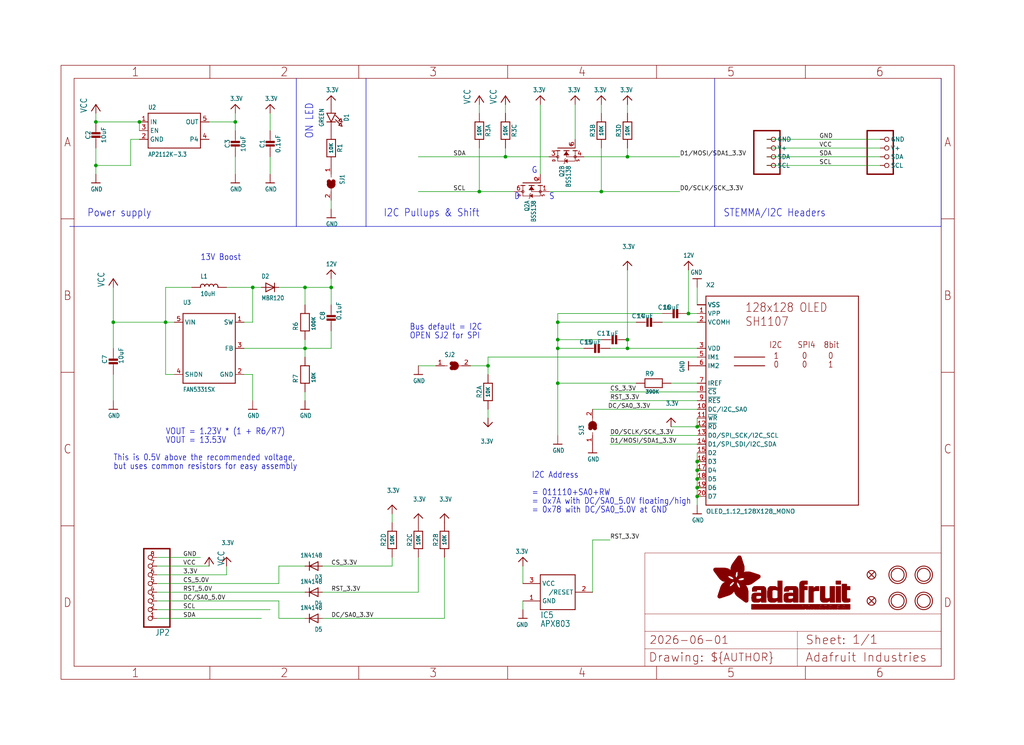
<source format=kicad_sch>
(kicad_sch (version 20230121) (generator eeschema)
  (paper "User" 298.45 217.322)
  (lib_symbols
    (symbol "working-eagle-import:12V" (power)
      (property "Value" "12V" (at -1.524 1.016 0))
      (symbol "12V_1_0"
        (pin power_in line (at 0 -2.54 90) (length 2.54) (name "12V") (number "1"))
      )
    )
    (symbol "working-eagle-import:3.3V" (power)
      (property "Value" "3.3V" (at -1.524 1.016 0))
      (symbol "3.3V_1_0"
        (pin power_in line (at 0 -2.54 90) (length 2.54) (name "3.3V") (number "1"))
      )
    )
    (symbol "working-eagle-import:AXP083-SAG"
      (property "Reference" "IC" (at -5.08 -7.62 0))
      (symbol "AXP083-SAG_1_0"
        (pin power_in line (at -10.16 -2.54 0) (length 5.08) (name "GND") (number "1"))
        (pin output line (at 10.16 0 180) (length 5.08) (name "/RESET") (number "2"))
        (pin power_in line (at -10.16 2.54 0) (length 5.08) (name "VCC") (number "3"))
      )
    )
    (symbol "working-eagle-import:CAP_CERAMIC0603_NO"
      (property "Reference" "C" (at -2.29 1.25 90))
      (symbol "CAP_CERAMIC0603_NO_1_0"
        (pin passive line (at 0 5.08 270) (length 2.54) (name "1") (number "1"))
        (pin passive line (at 0 -2.54 90) (length 2.54) (name "2") (number "2"))
      )
    )
    (symbol "working-eagle-import:CAP_CERAMIC0805-NOOUTLINE"
      (property "Reference" "C" (at -2.29 1.25 90))
      (symbol "CAP_CERAMIC0805-NOOUTLINE_1_0"
        (pin passive line (at 0 5.08 270) (length 2.54) (name "1") (number "1"))
        (pin passive line (at 0 -2.54 90) (length 2.54) (name "2") (number "2"))
      )
    )
    (symbol "working-eagle-import:DIODESOD-123"
      (property "Reference" "D" (at 0 2.54 0))
      (symbol "DIODESOD-123_1_0"
        (pin passive line (at -2.54 0 0) (length 2.54) (name "A") (number "A"))
        (pin passive line (at 2.54 0 180) (length 2.54) (name "C") (number "C"))
      )
    )
    (symbol "working-eagle-import:DIODESOD-323"
      (property "Reference" "D" (at 0 2.54 0))
      (symbol "DIODESOD-323_1_0"
        (pin passive line (at -2.54 0 0) (length 2.54) (name "A") (number "A"))
        (pin passive line (at 2.54 0 180) (length 2.54) (name "C") (number "C"))
      )
    )
    (symbol "working-eagle-import:FAN5331"
      (property "Reference" "U" (at -7.62 12.7 0))
      (symbol "FAN5331_1_0"
        (pin bidirectional line (at 10.16 7.62 180) (length 2.54) (name "SW") (number "1"))
        (pin bidirectional line (at 10.16 -7.62 180) (length 2.54) (name "GND") (number "2"))
        (pin bidirectional line (at 10.16 0 180) (length 2.54) (name "FB") (number "3"))
        (pin bidirectional line (at -10.16 -7.62 0) (length 2.54) (name "SHDN") (number "4"))
        (pin bidirectional line (at -10.16 7.62 0) (length 2.54) (name "VIN") (number "5"))
      )
    )
    (symbol "working-eagle-import:FIDUCIAL_1MM")
    (symbol "working-eagle-import:FRAME_A4_ADAFRUIT"
      (symbol "FRAME_A4_ADAFRUIT_1_0"
        (text "${#}/${##}" (at 230.505 10.16 0) (effects (font (size 2.54 2.54)) (justify left bottom)))
        (text "${AUTHOR}" (at 189.23 5.08 0) (effects (font (size 2.286 2.286)) (justify left bottom)))
        (text "${CURRENT_DATE}" (at 171.45 10.16 0) (effects (font (size 2.286 2.286)) (justify left bottom)))
        (text "${PROJECTNAME}" (at 171.45 15.24 0) (effects (font (size 2.54 2.54)) (justify left bottom)))
        (text "1" (at 21.6958 1.905 0) (effects (font (size 2.54 2.286))))
        (text "1" (at 21.6958 177.165 0) (effects (font (size 2.54 2.286))))
        (text "2" (at 65.0875 1.905 0) (effects (font (size 2.54 2.286))))
        (text "2" (at 65.0875 177.165 0) (effects (font (size 2.54 2.286))))
        (text "3" (at 108.4792 1.905 0) (effects (font (size 2.54 2.286))))
        (text "3" (at 108.4792 177.165 0) (effects (font (size 2.54 2.286))))
        (text "4" (at 151.8708 1.905 0) (effects (font (size 2.54 2.286))))
        (text "4" (at 151.8708 177.165 0) (effects (font (size 2.54 2.286))))
        (text "5" (at 195.2625 1.905 0) (effects (font (size 2.54 2.286))))
        (text "5" (at 195.2625 177.165 0) (effects (font (size 2.54 2.286))))
        (text "6" (at 238.6542 1.905 0) (effects (font (size 2.54 2.286))))
        (text "6" (at 238.6542 177.165 0) (effects (font (size 2.54 2.286))))
        (text "A" (at 1.905 156.6863 0) (effects (font (size 2.54 2.286))))
        (text "A" (at 258.445 156.6863 0) (effects (font (size 2.54 2.286))))
        (text "Adafruit Industries" (at 216.916 4.953 0) (effects (font (size 2.54 2.54)) (justify left bottom)))
        (text "B" (at 1.905 111.9188 0) (effects (font (size 2.54 2.286))))
        (text "B" (at 258.445 111.9188 0) (effects (font (size 2.54 2.286))))
        (text "C" (at 1.905 67.1513 0) (effects (font (size 2.54 2.286))))
        (text "C" (at 258.445 67.1513 0) (effects (font (size 2.54 2.286))))
        (text "D" (at 1.905 22.3838 0) (effects (font (size 2.54 2.286))))
        (text "D" (at 258.445 22.3838 0) (effects (font (size 2.54 2.286))))
        (text "Drawing:" (at 171.196 4.953 0) (effects (font (size 2.54 2.54)) (justify left bottom)))
        (text "Sheet:" (at 216.916 10.033 0) (effects (font (size 2.54 2.54)) (justify left bottom)))
      )
    )
    (symbol "working-eagle-import:GND" (power)
      (property "Value" "GND" (at -1.524 -2.54 0))
      (symbol "GND_1_0"
        (pin power_in line (at 0 2.54 270) (length 2.54) (name "GND") (number "1"))
      )
    )
    (symbol "working-eagle-import:HEADER-1X876MIL"
      (property "Reference" "JP" (at -6.35 13.335 0))
      (symbol "HEADER-1X876MIL_1_0"
        (pin passive inverted (at -2.54 10.16 0) (length 2.54) (name "1") (number "1"))
        (pin passive inverted (at -2.54 7.62 0) (length 2.54) (name "2") (number "2"))
        (pin passive inverted (at -2.54 5.08 0) (length 2.54) (name "3") (number "3"))
        (pin passive inverted (at -2.54 2.54 0) (length 2.54) (name "4") (number "4"))
        (pin passive inverted (at -2.54 0 0) (length 2.54) (name "5") (number "5"))
        (pin passive inverted (at -2.54 -2.54 0) (length 2.54) (name "6") (number "6"))
        (pin passive inverted (at -2.54 -5.08 0) (length 2.54) (name "7") (number "7"))
        (pin passive inverted (at -2.54 -7.62 0) (length 2.54) (name "8") (number "8"))
      )
    )
    (symbol "working-eagle-import:INDUCTOR"
      (property "Reference" "L" (at 0 2.54 0))
      (symbol "INDUCTOR_1_0"
        (pin passive line (at -5.08 0 0) (length 2.54) (name "1") (number "P$1"))
        (pin passive line (at 5.08 0 180) (length 2.54) (name "2") (number "P$2"))
      )
    )
    (symbol "working-eagle-import:LED0603_NOOUTLINE"
      (property "Reference" "D" (at -1.27 4.445 0))
      (symbol "LED0603_NOOUTLINE_1_0"
        (pin passive line (at -5.08 0 0) (length 2.54) (name "A") (number "A"))
        (pin passive line (at 2.54 0 180) (length 2.54) (name "C") (number "C"))
      )
    )
    (symbol "working-eagle-import:MOSFET-N_DUAL"
      (property "Reference" "Q" (at 5.08 0.635 0))
      (symbol "MOSFET-N_DUAL_1_0"
        (text "D" (at 3.175 3.175 0) (effects (font (size 0.8128 0.6908)) (justify left bottom)))
        (text "G" (at -1.27 -1.905 0) (effects (font (size 0.8128 0.6908)) (justify left bottom)))
        (text "S" (at 3.175 -3.81 0) (effects (font (size 0.8128 0.6908)) (justify left bottom)))
        (pin bidirectional line (at 2.54 -5.08 90) (length 2.54) (name "S") (number "1"))
        (pin bidirectional line (at -2.54 -2.54 0) (length 2.54) (name "G") (number "2"))
        (pin bidirectional line (at 2.54 5.08 270) (length 2.54) (name "D") (number "6"))
      )
      (symbol "MOSFET-N_DUAL_2_0"
        (text "D" (at 3.175 3.175 0) (effects (font (size 0.8128 0.6908)) (justify left bottom)))
        (text "G" (at -1.27 -1.905 0) (effects (font (size 0.8128 0.6908)) (justify left bottom)))
        (text "S" (at 3.175 -3.81 0) (effects (font (size 0.8128 0.6908)) (justify left bottom)))
        (pin bidirectional line (at 2.54 5.08 270) (length 2.54) (name "D") (number "3"))
        (pin bidirectional line (at 2.54 -5.08 90) (length 2.54) (name "S") (number "4"))
        (pin bidirectional line (at -2.54 -2.54 0) (length 2.54) (name "G") (number "5"))
      )
    )
    (symbol "working-eagle-import:MOUNTINGHOLE3.0THIN")
    (symbol "working-eagle-import:OLED_1.12_128X128_MONO"
      (property "Reference" "X" (at -20.32 27.94 0))
      (symbol "OLED_1.12_128X128_MONO_1_0"
        (text "0" (at -0.635 4.445 0) (effects (font (size 1.778 1.5113)) (justify left bottom)))
        (text "0" (at 7.62 4.445 0) (effects (font (size 1.778 1.5113)) (justify left bottom)))
        (text "0" (at 7.62 6.985 0) (effects (font (size 1.778 1.5113)) (justify left bottom)))
        (text "0" (at 15.24 6.985 0) (effects (font (size 1.778 1.5113)) (justify left bottom)))
        (text "1" (at -0.635 6.985 0) (effects (font (size 1.778 1.5113)) (justify left bottom)))
        (text "1" (at 15.24 4.445 0) (effects (font (size 1.778 1.5113)) (justify left bottom)))
        (text "128x128 OLED\nSH1107" (at -8.89 16.51 0) (effects (font (size 2.54 2.159)) (justify left bottom)))
        (text "8bit" (at 13.97 10.16 0) (effects (font (size 1.778 1.5113)) (justify left bottom)))
        (text "I2C" (at -1.905 10.16 0) (effects (font (size 1.778 1.5113)) (justify left bottom)))
        (text "SPI4" (at 6.35 10.16 0) (effects (font (size 1.778 1.5113)) (justify left bottom)))
        (pin power_in line (at -22.86 20.32 0) (length 2.54) (name "VPP") (number "1"))
        (pin input line (at -22.86 -7.62 0) (length 2.54) (name "DC/I2C_SA0") (number "10"))
        (pin input line (at -22.86 -10.16 0) (length 2.54) (name "~{WR}") (number "11"))
        (pin input line (at -22.86 -12.7 0) (length 2.54) (name "~{RD}") (number "12"))
        (pin bidirectional line (at -22.86 -15.24 0) (length 2.54) (name "D0/SPI_SCK/I2C_SCL") (number "13"))
        (pin bidirectional line (at -22.86 -17.78 0) (length 2.54) (name "D1/SPI_SDI/I2C_SDA") (number "14"))
        (pin bidirectional line (at -22.86 -20.32 0) (length 2.54) (name "D2") (number "15"))
        (pin bidirectional line (at -22.86 -22.86 0) (length 2.54) (name "D3") (number "16"))
        (pin bidirectional line (at -22.86 -25.4 0) (length 2.54) (name "D4") (number "17"))
        (pin bidirectional line (at -22.86 -27.94 0) (length 2.54) (name "D5") (number "18"))
        (pin bidirectional line (at -22.86 -30.48 0) (length 2.54) (name "D6") (number "19"))
        (pin output line (at -22.86 17.78 0) (length 2.54) (name "VCOMH") (number "2"))
        (pin bidirectional line (at -22.86 -33.02 0) (length 2.54) (name "D7") (number "20"))
        (pin power_in line (at -22.86 22.86 0) (length 2.54) (name "VSS") (number "21"))
        (pin power_in line (at -22.86 22.86 0) (length 2.54) (name "VSS") (number "22"))
        (pin power_in line (at -22.86 10.16 0) (length 2.54) (name "VDD") (number "3"))
        (pin power_in line (at -22.86 22.86 0) (length 2.54) (name "VSS") (number "4"))
        (pin input line (at -22.86 7.62 0) (length 2.54) (name "IM1") (number "5"))
        (pin input line (at -22.86 5.08 0) (length 2.54) (name "IM2") (number "6"))
        (pin input line (at -22.86 0 0) (length 2.54) (name "IREF") (number "7"))
        (pin input line (at -22.86 -2.54 0) (length 2.54) (name "~{CS}") (number "8"))
        (pin input line (at -22.86 -5.08 0) (length 2.54) (name "~{RES}") (number "9"))
      )
    )
    (symbol "working-eagle-import:RESISTOR_0603_NOOUT"
      (property "Reference" "R" (at 0 2.54 0))
      (symbol "RESISTOR_0603_NOOUT_1_0"
        (pin passive line (at -5.08 0 0) (length 2.54) (name "1") (number "1"))
        (pin passive line (at 5.08 0 180) (length 2.54) (name "2") (number "2"))
      )
    )
    (symbol "working-eagle-import:RESISTOR_4PACK"
      (property "Reference" "R" (at 0 2.54 0))
      (symbol "RESISTOR_4PACK_1_0"
        (pin passive line (at -5.08 0 0) (length 2.54) (name "1") (number "1"))
        (pin passive line (at 5.08 0 180) (length 2.54) (name "2") (number "8"))
      )
      (symbol "RESISTOR_4PACK_2_0"
        (pin passive line (at -5.08 0 0) (length 2.54) (name "1") (number "2"))
        (pin passive line (at 5.08 0 180) (length 2.54) (name "2") (number "7"))
      )
      (symbol "RESISTOR_4PACK_3_0"
        (pin passive line (at -5.08 0 0) (length 2.54) (name "1") (number "3"))
        (pin passive line (at 5.08 0 180) (length 2.54) (name "2") (number "6"))
      )
      (symbol "RESISTOR_4PACK_4_0"
        (pin passive line (at -5.08 0 0) (length 2.54) (name "1") (number "4"))
        (pin passive line (at 5.08 0 180) (length 2.54) (name "2") (number "5"))
      )
    )
    (symbol "working-eagle-import:SOLDERJUMPER"
      (property "Reference" "SJ" (at -2.54 2.54 0))
      (symbol "SOLDERJUMPER_1_0"
        (pin passive line (at -5.08 0 0) (length 2.54) (name "1") (number "1"))
        (pin passive line (at 5.08 0 180) (length 2.54) (name "2") (number "2"))
      )
    )
    (symbol "working-eagle-import:SOLDERJUMPERCLOSED"
      (property "Reference" "SJ" (at -2.54 2.54 0))
      (symbol "SOLDERJUMPERCLOSED_1_0"
        (pin passive line (at -5.08 0 0) (length 2.54) (name "1") (number "1"))
        (pin passive line (at 5.08 0 180) (length 2.54) (name "2") (number "2"))
      )
    )
    (symbol "working-eagle-import:STEMMA_I2C_QT"
      (symbol "STEMMA_I2C_QT_1_0"
        (pin passive inverted (at 0 5.08 0) (length 2.54) (name "GND") (number "1"))
        (pin passive inverted (at 0 2.54 0) (length 2.54) (name "V+") (number "2"))
        (pin passive inverted (at 0 0 0) (length 2.54) (name "SDA") (number "3"))
        (pin passive inverted (at 0 -2.54 0) (length 2.54) (name "SCL") (number "4"))
      )
      (symbol "STEMMA_I2C_QT_2_0"
        (pin bidirectional line (at 0 0 0) (length 5.08) (name "MT") (number "MT1"))
      )
      (symbol "STEMMA_I2C_QT_3_0"
        (pin bidirectional line (at 0 0 0) (length 5.08) (name "MT") (number "MT2"))
      )
    )
    (symbol "working-eagle-import:VCC" (power)
      (property "Value" "VCC" (at -2.54 -2.54 90))
      (symbol "VCC_1_0"
        (pin power_in line (at 0 -2.54 90) (length 2.54) (name "VCC") (number "1"))
      )
    )
    (symbol "working-eagle-import:VREG_SOT23-5"
      (property "Reference" "U" (at -7.62 6.096 0))
      (symbol "VREG_SOT23-5_1_0"
        (pin power_in line (at -10.16 2.54 0) (length 2.54) (name "IN") (number "1"))
        (pin power_in line (at -10.16 -2.54 0) (length 2.54) (name "GND") (number "2"))
        (pin input line (at -10.16 0 0) (length 2.54) (name "EN") (number "3"))
        (pin bidirectional line (at 10.16 -2.54 180) (length 2.54) (name "P4") (number "4"))
        (pin power_in line (at 10.16 2.54 180) (length 2.54) (name "OUT") (number "5"))
      )
    )
  )
  (junction (at 182.88 101.6))
  (junction (at 200.66 91.44))
  (junction (at 48.26 93.98))
  (junction (at 88.9 101.6))
  (junction (at 203.2 144.78))
  (junction (at 162.56 99.06))
  (junction (at 142.24 106.68))
  (junction (at 162.56 101.6))
  (junction (at 203.2 142.24))
  (junction (at 203.2 124.46))
  (junction (at 203.2 137.16))
  (junction (at 203.2 139.7))
  (junction (at 33.02 93.98))
  (junction (at 182.88 99.06))
  (junction (at 182.88 45.72))
  (junction (at 27.94 35.56))
  (junction (at 68.58 35.56))
  (junction (at 147.32 45.72))
  (junction (at 96.52 83.82))
  (junction (at 88.9 83.82))
  (junction (at 175.26 55.88))
  (junction (at 139.7 55.88))
  (junction (at 203.2 134.62))
  (junction (at 162.56 111.76))
  (junction (at 40.64 35.56))
  (junction (at 162.56 93.98))
  (junction (at 73.66 83.82))
  (junction (at 27.94 48.26))
  (wire (pts (xy 182.88 43.18) (xy 182.88 45.72)) (stroke (width 0.1524)))
  (wire (pts (xy 256.54 40.64) (xy 223.52 40.64)) (stroke (width 0.1524)))
  (polyline (pts (xy 106.68 22.86) (xy 106.68 66.04)) (stroke (width 0.1524) (type solid)))
  (wire (pts (xy 200.66 78.74) (xy 200.66 91.44)) (stroke (width 0.1524)))
  (wire (pts (xy 147.32 43.18) (xy 147.32 45.72)) (stroke (width 0.1524)))
  (wire (pts (xy 73.66 109.22) (xy 73.66 116.84)) (stroke (width 0.1524)))
  (wire (pts (xy 60.96 35.56) (xy 68.58 35.56)) (stroke (width 0.1524)))
  (wire (pts (xy 78.74 45.72) (xy 78.74 50.8)) (stroke (width 0.1524)))
  (wire (pts (xy 223.52 43.18) (xy 256.54 43.18)) (stroke (width 0.1524)))
  (wire (pts (xy 203.2 119.38) (xy 172.72 119.38)) (stroke (width 0.1524)))
  (wire (pts (xy 93.98 180.34) (xy 129.54 180.34)) (stroke (width 0.1524)))
  (wire (pts (xy 139.7 43.18) (xy 139.7 55.88)) (stroke (width 0.1524)))
  (wire (pts (xy 33.02 109.22) (xy 33.02 116.84)) (stroke (width 0.1524)))
  (wire (pts (xy 38.1 48.26) (xy 27.94 48.26)) (stroke (width 0.1524)))
  (wire (pts (xy 40.64 35.56) (xy 27.94 35.56)) (stroke (width 0.1524)))
  (wire (pts (xy 157.48 50.8) (xy 157.48 30.48)) (stroke (width 0.1524)))
  (wire (pts (xy 68.58 45.72) (xy 68.58 50.8)) (stroke (width 0.1524)))
  (wire (pts (xy 203.2 137.16) (xy 203.2 139.7)) (stroke (width 0.1524)))
  (wire (pts (xy 203.2 93.98) (xy 193.04 93.98)) (stroke (width 0.1524)))
  (wire (pts (xy 27.94 33.02) (xy 27.94 35.56)) (stroke (width 0.1524)))
  (wire (pts (xy 66.04 83.82) (xy 73.66 83.82)) (stroke (width 0.1524)))
  (wire (pts (xy 48.26 93.98) (xy 48.26 83.82)) (stroke (width 0.1524)))
  (wire (pts (xy 203.2 114.3) (xy 177.8 114.3)) (stroke (width 0.1524)))
  (wire (pts (xy 88.9 104.14) (xy 88.9 101.6)) (stroke (width 0.1524)))
  (wire (pts (xy 137.16 106.68) (xy 142.24 106.68)) (stroke (width 0.1524)))
  (wire (pts (xy 172.72 172.72) (xy 172.72 157.48)) (stroke (width 0.1524)))
  (wire (pts (xy 162.56 93.98) (xy 162.56 99.06)) (stroke (width 0.1524)))
  (wire (pts (xy 203.2 121.92) (xy 203.2 124.46)) (stroke (width 0.1524)))
  (wire (pts (xy 182.88 101.6) (xy 182.88 99.06)) (stroke (width 0.1524)))
  (wire (pts (xy 81.28 180.34) (xy 88.9 180.34)) (stroke (width 0.1524)))
  (wire (pts (xy 50.8 93.98) (xy 48.26 93.98)) (stroke (width 0.1524)))
  (wire (pts (xy 175.26 43.18) (xy 175.26 55.88)) (stroke (width 0.1524)))
  (wire (pts (xy 203.2 129.54) (xy 177.8 129.54)) (stroke (width 0.1524)))
  (wire (pts (xy 152.4 175.26) (xy 152.4 177.8)) (stroke (width 0.1524)))
  (wire (pts (xy 71.12 109.22) (xy 73.66 109.22)) (stroke (width 0.1524)))
  (wire (pts (xy 162.56 111.76) (xy 162.56 127)) (stroke (width 0.1524)))
  (wire (pts (xy 147.32 45.72) (xy 121.92 45.72)) (stroke (width 0.1524)))
  (wire (pts (xy 66.04 167.64) (xy 66.04 165.1)) (stroke (width 0.1524)))
  (wire (pts (xy 114.3 165.1) (xy 114.3 162.56)) (stroke (width 0.1524)))
  (wire (pts (xy 162.56 101.6) (xy 162.56 111.76)) (stroke (width 0.1524)))
  (wire (pts (xy 256.54 45.72) (xy 223.52 45.72)) (stroke (width 0.1524)))
  (wire (pts (xy 73.66 83.82) (xy 73.66 93.98)) (stroke (width 0.1524)))
  (wire (pts (xy 45.72 165.1) (xy 60.96 165.1)) (stroke (width 0.1524)))
  (wire (pts (xy 142.24 121.92) (xy 142.24 119.38)) (stroke (width 0.1524)))
  (wire (pts (xy 182.88 78.74) (xy 182.88 99.06)) (stroke (width 0.1524)))
  (wire (pts (xy 88.9 101.6) (xy 96.52 101.6)) (stroke (width 0.1524)))
  (polyline (pts (xy 86.36 66.04) (xy 106.68 66.04)) (stroke (width 0.1524) (type solid)))
  (wire (pts (xy 45.72 162.56) (xy 58.42 162.56)) (stroke (width 0.1524)))
  (wire (pts (xy 88.9 114.3) (xy 88.9 116.84)) (stroke (width 0.1524)))
  (wire (pts (xy 223.52 48.26) (xy 256.54 48.26)) (stroke (width 0.1524)))
  (wire (pts (xy 38.1 40.64) (xy 38.1 48.26)) (stroke (width 0.1524)))
  (wire (pts (xy 203.2 134.62) (xy 203.2 137.16)) (stroke (width 0.1524)))
  (wire (pts (xy 203.2 127) (xy 177.8 127)) (stroke (width 0.1524)))
  (wire (pts (xy 96.52 58.42) (xy 96.52 60.96)) (stroke (width 0.1524)))
  (wire (pts (xy 96.52 81.28) (xy 96.52 83.82)) (stroke (width 0.1524)))
  (wire (pts (xy 203.2 91.44) (xy 200.66 91.44)) (stroke (width 0.1524)))
  (wire (pts (xy 45.72 177.8) (xy 78.74 177.8)) (stroke (width 0.1524)))
  (wire (pts (xy 68.58 35.56) (xy 68.58 38.1)) (stroke (width 0.1524)))
  (wire (pts (xy 78.74 33.02) (xy 78.74 38.1)) (stroke (width 0.1524)))
  (wire (pts (xy 48.26 93.98) (xy 33.02 93.98)) (stroke (width 0.1524)))
  (wire (pts (xy 147.32 33.02) (xy 147.32 30.48)) (stroke (width 0.1524)))
  (wire (pts (xy 127 106.68) (xy 121.92 106.68)) (stroke (width 0.1524)))
  (wire (pts (xy 96.52 88.9) (xy 96.52 83.82)) (stroke (width 0.1524)))
  (wire (pts (xy 88.9 83.82) (xy 96.52 83.82)) (stroke (width 0.1524)))
  (wire (pts (xy 27.94 48.26) (xy 27.94 50.8)) (stroke (width 0.1524)))
  (wire (pts (xy 71.12 101.6) (xy 88.9 101.6)) (stroke (width 0.1524)))
  (wire (pts (xy 45.72 167.64) (xy 66.04 167.64)) (stroke (width 0.1524)))
  (polyline (pts (xy 20.32 66.04) (xy 86.36 66.04)) (stroke (width 0.1524) (type solid)))
  (wire (pts (xy 185.42 93.98) (xy 162.56 93.98)) (stroke (width 0.1524)))
  (wire (pts (xy 121.92 172.72) (xy 121.92 162.56)) (stroke (width 0.1524)))
  (wire (pts (xy 162.56 99.06) (xy 162.56 101.6)) (stroke (width 0.1524)))
  (wire (pts (xy 88.9 83.82) (xy 88.9 88.9)) (stroke (width 0.1524)))
  (wire (pts (xy 45.72 172.72) (xy 88.9 172.72)) (stroke (width 0.1524)))
  (wire (pts (xy 142.24 104.14) (xy 142.24 106.68)) (stroke (width 0.1524)))
  (polyline (pts (xy 208.28 22.86) (xy 208.28 66.04)) (stroke (width 0.1524) (type solid)))
  (wire (pts (xy 203.2 116.84) (xy 177.8 116.84)) (stroke (width 0.1524)))
  (wire (pts (xy 152.4 170.18) (xy 152.4 165.1)) (stroke (width 0.1524)))
  (wire (pts (xy 45.72 170.18) (xy 81.28 170.18)) (stroke (width 0.1524)))
  (wire (pts (xy 93.98 172.72) (xy 121.92 172.72)) (stroke (width 0.1524)))
  (wire (pts (xy 45.72 180.34) (xy 76.2 180.34)) (stroke (width 0.1524)))
  (wire (pts (xy 33.02 93.98) (xy 33.02 83.82)) (stroke (width 0.1524)))
  (wire (pts (xy 175.26 55.88) (xy 198.12 55.88)) (stroke (width 0.1524)))
  (wire (pts (xy 139.7 30.48) (xy 139.7 33.02)) (stroke (width 0.1524)))
  (wire (pts (xy 45.72 175.26) (xy 81.28 175.26)) (stroke (width 0.1524)))
  (wire (pts (xy 182.88 33.02) (xy 182.88 30.48)) (stroke (width 0.1524)))
  (wire (pts (xy 81.28 175.26) (xy 81.28 180.34)) (stroke (width 0.1524)))
  (wire (pts (xy 203.2 144.78) (xy 203.2 147.32)) (stroke (width 0.1524)))
  (wire (pts (xy 40.64 38.1) (xy 40.64 35.56)) (stroke (width 0.1524)))
  (wire (pts (xy 81.28 165.1) (xy 88.9 165.1)) (stroke (width 0.1524)))
  (wire (pts (xy 81.28 83.82) (xy 88.9 83.82)) (stroke (width 0.1524)))
  (wire (pts (xy 175.26 33.02) (xy 175.26 30.48)) (stroke (width 0.1524)))
  (wire (pts (xy 182.88 45.72) (xy 198.12 45.72)) (stroke (width 0.1524)))
  (wire (pts (xy 93.98 165.1) (xy 114.3 165.1)) (stroke (width 0.1524)))
  (wire (pts (xy 114.3 149.86) (xy 114.3 152.4)) (stroke (width 0.1524)))
  (wire (pts (xy 129.54 180.34) (xy 129.54 162.56)) (stroke (width 0.1524)))
  (wire (pts (xy 88.9 101.6) (xy 88.9 99.06)) (stroke (width 0.1524)))
  (wire (pts (xy 162.56 93.98) (xy 162.56 91.44)) (stroke (width 0.1524)))
  (wire (pts (xy 81.28 170.18) (xy 81.28 165.1)) (stroke (width 0.1524)))
  (wire (pts (xy 203.2 142.24) (xy 203.2 144.78)) (stroke (width 0.1524)))
  (wire (pts (xy 160.02 55.88) (xy 175.26 55.88)) (stroke (width 0.1524)))
  (wire (pts (xy 50.8 109.22) (xy 48.26 109.22)) (stroke (width 0.1524)))
  (wire (pts (xy 149.86 55.88) (xy 139.7 55.88)) (stroke (width 0.1524)))
  (polyline (pts (xy 208.28 66.04) (xy 274.32 66.04)) (stroke (width 0.1524) (type solid)))
  (wire (pts (xy 193.04 91.44) (xy 162.56 91.44)) (stroke (width 0.1524)))
  (wire (pts (xy 162.56 111.76) (xy 185.42 111.76)) (stroke (width 0.1524)))
  (wire (pts (xy 73.66 93.98) (xy 71.12 93.98)) (stroke (width 0.1524)))
  (wire (pts (xy 160.02 45.72) (xy 147.32 45.72)) (stroke (width 0.1524)))
  (wire (pts (xy 96.52 101.6) (xy 96.52 96.52)) (stroke (width 0.1524)))
  (wire (pts (xy 33.02 93.98) (xy 33.02 101.6)) (stroke (width 0.1524)))
  (wire (pts (xy 203.2 88.9) (xy 203.2 83.82)) (stroke (width 0.1524)))
  (wire (pts (xy 142.24 104.14) (xy 203.2 104.14)) (stroke (width 0.1524)))
  (polyline (pts (xy 86.36 22.86) (xy 86.36 66.04)) (stroke (width 0.1524) (type solid)))
  (wire (pts (xy 170.18 101.6) (xy 162.56 101.6)) (stroke (width 0.1524)))
  (wire (pts (xy 139.7 55.88) (xy 121.92 55.88)) (stroke (width 0.1524)))
  (wire (pts (xy 203.2 139.7) (xy 203.2 142.24)) (stroke (width 0.1524)))
  (wire (pts (xy 170.18 45.72) (xy 182.88 45.72)) (stroke (width 0.1524)))
  (wire (pts (xy 48.26 83.82) (xy 55.88 83.82)) (stroke (width 0.1524)))
  (wire (pts (xy 68.58 35.56) (xy 68.58 33.02)) (stroke (width 0.1524)))
  (polyline (pts (xy 274.32 22.86) (xy 274.32 66.04)) (stroke (width 0.1524) (type solid)))
  (wire (pts (xy 27.94 48.26) (xy 27.94 43.18)) (stroke (width 0.1524)))
  (wire (pts (xy 142.24 106.68) (xy 142.24 109.22)) (stroke (width 0.1524)))
  (wire (pts (xy 175.26 99.06) (xy 162.56 99.06)) (stroke (width 0.1524)))
  (wire (pts (xy 40.64 40.64) (xy 38.1 40.64)) (stroke (width 0.1524)))
  (wire (pts (xy 203.2 124.46) (xy 195.58 124.46)) (stroke (width 0.1524)))
  (wire (pts (xy 203.2 111.76) (xy 195.58 111.76)) (stroke (width 0.1524)))
  (wire (pts (xy 203.2 132.08) (xy 203.2 134.62)) (stroke (width 0.1524)))
  (wire (pts (xy 167.64 40.64) (xy 167.64 30.48)) (stroke (width 0.1524)))
  (wire (pts (xy 203.2 101.6) (xy 182.88 101.6)) (stroke (width 0.1524)))
  (wire (pts (xy 73.66 83.82) (xy 76.2 83.82)) (stroke (width 0.1524)))
  (wire (pts (xy 48.26 109.22) (xy 48.26 93.98)) (stroke (width 0.1524)))
  (polyline (pts (xy 106.68 66.04) (xy 208.28 66.04)) (stroke (width 0.1524) (type solid)))
  (wire (pts (xy 182.88 101.6) (xy 177.8 101.6)) (stroke (width 0.1524)))
  (wire (pts (xy 172.72 157.48) (xy 177.8 157.48)) (stroke (width 0.1524)))
  (text "OPEN SJ2 for SPI" (at 119.38 99.06 0) (effects (font (size 1.778 1.5113)) (justify left bottom)))
  (text "but uses common resistors for easy assembly" (at 33.02 137.16 0) (effects (font (size 1.778 1.5113)) (justify left bottom)))
  (text "VOUT = 1.23V * (1 + R6/R7)" (at 48.26 127 0) (effects (font (size 1.778 1.5113)) (justify left bottom)))
  (text "= 011110+SA0+RW" (at 154.94 144.78 0) (effects (font (size 1.778 1.5113)) (justify left bottom)))
  (text "VOUT = 13.53V" (at 48.26 129.54 0) (effects (font (size 1.778 1.5113)) (justify left bottom)))
  (text "Power supply" (at 25.4 63.5 0) (effects (font (size 2.1844 1.8567)) (justify left bottom)))
  (text "I2C Pullups & Shift" (at 111.76 63.5 0) (effects (font (size 2.1844 1.8567)) (justify left bottom)))
  (text "I2C Address" (at 154.94 139.7 0) (effects (font (size 1.778 1.5113)) (justify left bottom)))
  (text "= 0x78 with DC/SA0_5.0V at GND" (at 154.94 149.86 0) (effects (font (size 1.778 1.5113)) (justify left bottom)))
  (text "Bus default = I2C" (at 119.38 96.52 0) (effects (font (size 1.778 1.5113)) (justify left bottom)))
  (text "D" (at 149.86 58.42 0) (effects (font (size 1.778 1.5113)) (justify left bottom)))
  (text "13V Boost" (at 58.42 76.2 0) (effects (font (size 1.778 1.5113)) (justify left bottom)))
  (text "G" (at 154.94 50.8 0) (effects (font (size 1.778 1.5113)) (justify left bottom)))
  (text "STEMMA/I2C Headers" (at 210.82 63.5 0) (effects (font (size 2.1844 1.8567)) (justify left bottom)))
  (text "ON LED" (at 91.44 40.64 90) (effects (font (size 2.1844 1.8567)) (justify left bottom)))
  (text "This is 0.5V above the recommended voltage," (at 33.02 134.62 0) (effects (font (size 1.778 1.5113)) (justify left bottom)))
  (text "S" (at 160.02 58.42 0) (effects (font (size 1.778 1.5113)) (justify left bottom)))
  (text "= 0x7A with DC/SA0_5.0V floating/high" (at 154.94 147.32 0) (effects (font (size 1.778 1.5113)) (justify left bottom)))
  (label "RST_3.3V" (at 177.8 116.84 0) (effects (font (size 1.2446 1.2446))))
  (label "3.3V" (at 53.34 167.64 0) (effects (font (size 1.2446 1.2446))))
  (label "RST_5.0V" (at 53.34 172.72 0) (effects (font (size 1.2446 1.2446))))
  (label "CS_5.0V" (at 53.34 170.18 0) (effects (font (size 1.2446 1.2446))))
  (label "CS_3.3V" (at 96.52 165.1 0) (effects (font (size 1.2446 1.2446))))
  (label "VCC" (at 53.34 165.1 0) (effects (font (size 1.2446 1.2446))))
  (label "SDA" (at 53.34 180.34 0) (effects (font (size 1.2446 1.2446))))
  (label "D1/MOSI/SDA1_3.3V" (at 198.12 45.72 0) (effects (font (size 1.2446 1.2446))))
  (label "SCL" (at 53.34 177.8 0) (effects (font (size 1.2446 1.2446))))
  (label "DC/SA0_3.3V" (at 96.52 180.34 0) (effects (font (size 1.2446 1.2446))))
  (label "D0/SCLK/SCK_3.3V" (at 177.8 127 0) (effects (font (size 1.2446 1.2446))))
  (label "VCC" (at 238.76 43.18 0) (effects (font (size 1.2446 1.2446))))
  (label "CS_3.3V" (at 177.8 114.3 0) (effects (font (size 1.2446 1.2446))))
  (label "DC/SA0_5.0V" (at 53.34 175.26 0) (effects (font (size 1.2446 1.2446))))
  (label "D1/MOSI/SDA1_3.3V" (at 177.8 129.54 0) (effects (font (size 1.2446 1.2446))))
  (label "RST_3.3V" (at 177.8 157.48 0) (effects (font (size 1.2446 1.2446))))
  (label "SCL" (at 132.08 55.88 0) (effects (font (size 1.2446 1.2446))))
  (label "GND" (at 53.34 162.56 0) (effects (font (size 1.2446 1.2446))))
  (label "RST_3.3V" (at 96.52 172.72 0) (effects (font (size 1.2446 1.2446))))
  (label "DC/SA0_3.3V" (at 177.165 119.38 0) (effects (font (size 1.2446 1.2446))))
  (label "SCL" (at 238.76 48.26 0) (effects (font (size 1.2446 1.2446))))
  (label "D0/SCLK/SCK_3.3V" (at 198.12 55.88 0) (effects (font (size 1.2446 1.2446))))
  (label "SDA" (at 238.76 45.72 0) (effects (font (size 1.2446 1.2446))))
  (label "SDA" (at 132.08 45.72 0) (effects (font (size 1.2446 1.2446))))
  (label "GND" (at 238.76 40.64 0) (effects (font (size 1.2446 1.2446))))
  (symbol (lib_id "working-eagle-import:FAN5331") (at 60.96 101.6 0) (unit 1)
    (property "Reference" "U3" (at 53.34 88.9 0) (effects (font (size 1.27 1.0795)) (justify left bottom)))
    (property "Value" "FAN5331SX" (at 53.34 114.3 0) (effects (font (size 1.27 1.0795)) (justify left bottom)))
    (property "Footprint" "working:SOT23-5@1" (effects hide))
  )
  (symbol (lib_id "working-eagle-import:INDUCTOR") (at 60.96 83.82 0) (unit 1)
    (property "Reference" "L1" (at 58.42 81.28 0) (effects (font (size 1.27 1.0795)) (justify left bottom)))
    (property "Value" "10uH" (at 58.42 86.36 0) (effects (font (size 1.27 1.0795)) (justify left bottom)))
    (property "Footprint" "working:INDUCTOR_1007" (effects hide))
  )
  (symbol (lib_id "working-eagle-import:GND") (at 203.2 81.28 180) (unit 1)
    (property "Reference" "#U$43" (effects hide))
    (property "Value" "GND" (at 204.724 78.74 0) (effects (font (size 1.27 1.0795)) (justify left bottom)))
  )
  (symbol (lib_id "working-eagle-import:VCC") (at 27.94 30.48 0) (unit 1)
    (property "Reference" "#P+3" (effects hide))
    (property "Value" "VCC" (at 25.4 33.02 90) (effects (font (size 1.778 1.5113)) (justify left bottom)))
  )
  (symbol (lib_id "working-eagle-import:VCC") (at 33.02 81.28 0) (unit 1)
    (property "Reference" "#P+5" (effects hide))
    (property "Value" "VCC" (at 30.48 83.82 90) (effects (font (size 1.778 1.5113)) (justify left bottom)))
  )
  (symbol (lib_id "working-eagle-import:3.3V") (at 68.58 30.48 0) (unit 1)
    (property "Reference" "#U$15" (effects hide))
    (property "Value" "3.3V" (at 67.056 29.464 0) (effects (font (size 1.27 1.0795)) (justify left bottom)))
  )
  (symbol (lib_id "working-eagle-import:RESISTOR_4PACK") (at 139.7 38.1 270) (unit 1)
    (property "Reference" "R3" (at 142.24 38.1 0))
    (property "Value" "10K" (at 139.7 38.1 0) (effects (font (size 1.016 1.016) bold)))
    (property "Footprint" "working:RESPACK_4X0603" (effects hide))
  )
  (symbol (lib_id "working-eagle-import:FIDUCIAL_1MM") (at 254 175.26 0) (unit 1)
    (property "Reference" "FID3" (effects hide))
    (property "Value" "FIDUCIAL_1MM" (effects hide))
    (property "Footprint" "working:FIDUCIAL_1MM" (effects hide))
  )
  (symbol (lib_id "working-eagle-import:3.3V") (at 157.48 27.94 0) (mirror y) (unit 1)
    (property "Reference" "#U$26" (effects hide))
    (property "Value" "3.3V" (at 159.004 26.924 0) (effects (font (size 1.27 1.0795)) (justify left bottom)))
  )
  (symbol (lib_id "working-eagle-import:FRAME_A4_ADAFRUIT") (at 17.78 198.12 0) (unit 1)
    (property "Reference" "#U$18" (effects hide))
    (property "Value" "FRAME_A4_ADAFRUIT" (effects hide))
  )
  (symbol (lib_id "working-eagle-import:MOUNTINGHOLE3.0THIN") (at 261.62 167.64 0) (unit 1)
    (property "Reference" "U$17" (effects hide))
    (property "Value" "MOUNTINGHOLE3.0THIN" (effects hide))
    (property "Footprint" "working:MOUNTINGHOLE_3.0_PLATEDTHIN" (effects hide))
  )
  (symbol (lib_id "working-eagle-import:CAP_CERAMIC0603_NO") (at 96.52 93.98 0) (unit 1)
    (property "Reference" "C8" (at 94.73 93.44 90) (effects (justify left bottom)))
    (property "Value" "0.1uF" (at 99.52 93.44 90) (effects (justify left bottom)))
    (property "Footprint" "working:0603-NO" (effects hide))
  )
  (symbol (lib_id "working-eagle-import:CAP_CERAMIC0805-NOOUTLINE") (at 33.02 106.68 0) (unit 1)
    (property "Reference" "C7" (at 31.23 106.14 90) (effects (justify left bottom)))
    (property "Value" "10uF" (at 36.02 106.14 90) (effects (justify left bottom)))
    (property "Footprint" "working:0805-NO" (effects hide))
  )
  (symbol (lib_id "working-eagle-import:GND") (at 200.66 106.68 270) (unit 1)
    (property "Reference" "#U$16" (effects hide))
    (property "Value" "GND" (at 198.12 105.156 0) (effects (font (size 1.27 1.0795)) (justify left bottom)))
  )
  (symbol (lib_id "working-eagle-import:3.3V") (at 78.74 30.48 0) (unit 1)
    (property "Reference" "#U$14" (effects hide))
    (property "Value" "3.3V" (at 77.216 29.464 0) (effects (font (size 1.27 1.0795)) (justify left bottom)))
  )
  (symbol (lib_id "working-eagle-import:3.3V") (at 182.88 27.94 0) (mirror y) (unit 1)
    (property "Reference" "#U$7" (effects hide))
    (property "Value" "3.3V" (at 184.404 26.924 0) (effects (font (size 1.27 1.0795)) (justify left bottom)))
  )
  (symbol (lib_id "working-eagle-import:3.3V") (at 182.88 76.2 0) (unit 1)
    (property "Reference" "#U$46" (effects hide))
    (property "Value" "3.3V" (at 181.356 72.644 0) (effects (font (size 1.27 1.0795)) (justify left bottom)))
  )
  (symbol (lib_id "working-eagle-import:RESISTOR_0603_NOOUT") (at 96.52 43.18 270) (unit 1)
    (property "Reference" "R1" (at 99.06 43.18 0))
    (property "Value" "10K" (at 96.52 43.18 0) (effects (font (size 1.016 1.016) bold)))
    (property "Footprint" "working:0603-NO" (effects hide))
  )
  (symbol (lib_id "working-eagle-import:GND") (at 121.92 109.22 0) (unit 1)
    (property "Reference" "#U$30" (effects hide))
    (property "Value" "GND" (at 120.396 111.76 0) (effects (font (size 1.27 1.0795)) (justify left bottom)))
  )
  (symbol (lib_id "working-eagle-import:GND") (at 88.9 119.38 0) (unit 1)
    (property "Reference" "#U$22" (effects hide))
    (property "Value" "GND" (at 87.376 121.92 0) (effects (font (size 1.27 1.0795)) (justify left bottom)))
  )
  (symbol (lib_id "working-eagle-import:GND") (at 203.2 149.86 0) (unit 1)
    (property "Reference" "#U$12" (effects hide))
    (property "Value" "GND" (at 201.676 152.4 0) (effects (font (size 1.27 1.0795)) (justify left bottom)))
  )
  (symbol (lib_id "working-eagle-import:3.3V") (at 114.3 147.32 0) (unit 1)
    (property "Reference" "#U$37" (effects hide))
    (property "Value" "3.3V" (at 112.776 143.764 0) (effects (font (size 1.27 1.0795)) (justify left bottom)))
  )
  (symbol (lib_id "working-eagle-import:3.3V") (at 121.92 149.86 0) (unit 1)
    (property "Reference" "#U$38" (effects hide))
    (property "Value" "3.3V" (at 120.396 146.304 0) (effects (font (size 1.27 1.0795)) (justify left bottom)))
  )
  (symbol (lib_id "working-eagle-import:RESISTOR_4PACK") (at 129.54 157.48 90) (unit 2)
    (property "Reference" "R2" (at 127 157.48 0))
    (property "Value" "10K" (at 129.54 157.48 0) (effects (font (size 1.016 1.016) bold)))
    (property "Footprint" "working:RESPACK_4X0603" (effects hide))
  )
  (symbol (lib_id "working-eagle-import:3.3V") (at 152.4 162.56 0) (mirror y) (unit 1)
    (property "Reference" "#U$11" (effects hide))
    (property "Value" "3.3V" (at 153.924 161.544 0) (effects (font (size 1.27 1.0795)) (justify left bottom)))
  )
  (symbol (lib_id "working-eagle-import:3.3V") (at 129.54 149.86 0) (unit 1)
    (property "Reference" "#U$39" (effects hide))
    (property "Value" "3.3V" (at 128.016 146.304 0) (effects (font (size 1.27 1.0795)) (justify left bottom)))
  )
  (symbol (lib_id "working-eagle-import:FIDUCIAL_1MM") (at 254 167.64 0) (unit 1)
    (property "Reference" "FID4" (effects hide))
    (property "Value" "FIDUCIAL_1MM" (effects hide))
    (property "Footprint" "working:FIDUCIAL_1MM" (effects hide))
  )
  (symbol (lib_id "working-eagle-import:STEMMA_I2C_QT") (at 256.54 45.72 0) (unit 1)
    (property "Reference" "CONN4" (effects hide))
    (property "Value" "STEMMA_I2C_QT" (effects hide))
    (property "Footprint" "working:JST_SH4" (effects hide))
  )
  (symbol (lib_id "working-eagle-import:DIODESOD-123") (at 78.74 83.82 0) (unit 1)
    (property "Reference" "D2" (at 76.2 81.28 0) (effects (font (size 1.27 1.0795)) (justify left bottom)))
    (property "Value" "MBR120" (at 76.2 87.63 0) (effects (font (size 1.27 1.0795)) (justify left bottom)))
    (property "Footprint" "working:SOD-123" (effects hide))
  )
  (symbol (lib_id "working-eagle-import:3.3V") (at 167.64 27.94 0) (mirror y) (unit 1)
    (property "Reference" "#U$23" (effects hide))
    (property "Value" "3.3V" (at 169.164 26.924 0) (effects (font (size 1.27 1.0795)) (justify left bottom)))
  )
  (symbol (lib_id "working-eagle-import:DIODESOD-323") (at 91.44 172.72 180) (unit 1)
    (property "Reference" "D4" (at 93.98 175.26 0) (effects (font (size 1.27 1.0795)) (justify left bottom)))
    (property "Value" "1N4148" (at 93.98 168.91 0) (effects (font (size 1.27 1.0795)) (justify left bottom)))
    (property "Footprint" "working:SOD-323" (effects hide))
  )
  (symbol (lib_id "working-eagle-import:VREG_SOT23-5") (at 50.8 38.1 0) (unit 1)
    (property "Reference" "U2" (at 43.18 32.004 0) (effects (font (size 1.27 1.0795)) (justify left bottom)))
    (property "Value" "AP2112K-3.3" (at 43.18 45.72 0) (effects (font (size 1.27 1.0795)) (justify left bottom)))
    (property "Footprint" "working:SOT23-5" (effects hide))
  )
  (symbol (lib_id "working-eagle-import:RESISTOR_4PACK") (at 175.26 38.1 90) (mirror x) (unit 2)
    (property "Reference" "R3" (at 172.72 38.1 0))
    (property "Value" "10K" (at 175.26 38.1 0) (effects (font (size 1.016 1.016) bold)))
    (property "Footprint" "working:RESPACK_4X0603" (effects hide))
  )
  (symbol (lib_id "working-eagle-import:3.3V") (at 66.04 162.56 0) (unit 1)
    (property "Reference" "#U$36" (effects hide))
    (property "Value" "3.3V" (at 64.516 159.004 0) (effects (font (size 1.27 1.0795)) (justify left bottom)))
  )
  (symbol (lib_id "working-eagle-import:HEADER-1X876MIL") (at 43.18 170.18 180) (unit 1)
    (property "Reference" "JP2" (at 49.53 183.515 0) (effects (font (size 1.778 1.5113)) (justify left bottom)))
    (property "Value" "HEADER-1X876MIL" (effects hide))
    (property "Footprint" "working:1X08_ROUND_76" (effects hide))
  )
  (symbol (lib_id "working-eagle-import:DIODESOD-323") (at 91.44 165.1 180) (unit 1)
    (property "Reference" "D3" (at 93.98 167.64 0) (effects (font (size 1.27 1.0795)) (justify left bottom)))
    (property "Value" "1N4148" (at 93.98 161.29 0) (effects (font (size 1.27 1.0795)) (justify left bottom)))
    (property "Footprint" "working:SOD-323" (effects hide))
  )
  (symbol (lib_id "working-eagle-import:MOSFET-N_DUAL") (at 154.94 53.34 90) (mirror x) (unit 1)
    (property "Reference" "Q2" (at 154.305 58.42 0) (effects (font (size 1.27 1.0795)) (justify left bottom)))
    (property "Value" "BSS138" (at 156.21 58.42 0) (effects (font (size 1.27 1.0795)) (justify left bottom)))
    (property "Footprint" "working:SOT363" (effects hide))
  )
  (symbol (lib_id "working-eagle-import:RESISTOR_4PACK") (at 182.88 38.1 90) (mirror x) (unit 4)
    (property "Reference" "R3" (at 180.34 38.1 0))
    (property "Value" "10K" (at 182.88 38.1 0) (effects (font (size 1.016 1.016) bold)))
    (property "Footprint" "working:RESPACK_4X0603" (effects hide))
  )
  (symbol (lib_id "working-eagle-import:MOUNTINGHOLE3.0THIN") (at 269.24 167.64 0) (unit 1)
    (property "Reference" "U$19" (effects hide))
    (property "Value" "MOUNTINGHOLE3.0THIN" (effects hide))
    (property "Footprint" "working:MOUNTINGHOLE_3.0_PLATEDTHIN" (effects hide))
  )
  (symbol (lib_id "working-eagle-import:VCC") (at 147.32 27.94 0) (unit 1)
    (property "Reference" "#P+2" (effects hide))
    (property "Value" "VCC" (at 144.78 30.48 90) (effects (font (size 1.778 1.5113)) (justify left bottom)))
  )
  (symbol (lib_id "working-eagle-import:12V") (at 200.66 76.2 0) (unit 1)
    (property "Reference" "#U$9" (effects hide))
    (property "Value" "12V" (at 199.136 75.184 0) (effects (font (size 1.27 1.0795)) (justify left bottom)))
  )
  (symbol (lib_id "working-eagle-import:SOLDERJUMPER") (at 172.72 124.46 90) (unit 1)
    (property "Reference" "SJ3" (at 170.18 127 0) (effects (font (size 1.27 1.0795)) (justify left bottom)))
    (property "Value" "SOLDERJUMPER" (effects hide))
    (property "Footprint" "working:SOLDERJUMPER_ARROW_NOPASTE" (effects hide))
  )
  (symbol (lib_id "working-eagle-import:3.3V") (at 96.52 27.94 0) (unit 1)
    (property "Reference" "#U$3" (effects hide))
    (property "Value" "3.3V" (at 94.996 26.924 0) (effects (font (size 1.27 1.0795)) (justify left bottom)))
  )
  (symbol (lib_id "working-eagle-import:GND") (at 27.94 53.34 0) (unit 1)
    (property "Reference" "#U$13" (effects hide))
    (property "Value" "GND" (at 26.416 55.88 0) (effects (font (size 1.27 1.0795)) (justify left bottom)))
  )
  (symbol (lib_id "working-eagle-import:RESISTOR_0603_NOOUT") (at 88.9 109.22 90) (unit 1)
    (property "Reference" "R7" (at 86.868 111.76 0) (effects (justify left bottom)))
    (property "Value" "10K" (at 92.075 111.76 0) (effects (font (size 1.016 1.016) bold) (justify left bottom)))
    (property "Footprint" "working:0603-NO" (effects hide))
  )
  (symbol (lib_id "working-eagle-import:SOLDERJUMPER") (at 132.08 106.68 0) (unit 1)
    (property "Reference" "SJ2" (at 129.54 104.14 0) (effects (font (size 1.27 1.0795)) (justify left bottom)))
    (property "Value" "SOLDERJUMPER" (effects hide))
    (property "Footprint" "working:SOLDERJUMPER_ARROW_NOPASTE" (effects hide))
  )
  (symbol (lib_id "working-eagle-import:GND") (at 172.72 132.08 0) (unit 1)
    (property "Reference" "#U$4" (effects hide))
    (property "Value" "GND" (at 171.196 134.62 0) (effects (font (size 1.27 1.0795)) (justify left bottom)))
  )
  (symbol (lib_id "working-eagle-import:MOUNTINGHOLE3.0THIN") (at 269.24 175.26 0) (unit 1)
    (property "Reference" "U$21" (effects hide))
    (property "Value" "MOUNTINGHOLE3.0THIN" (effects hide))
    (property "Footprint" "working:MOUNTINGHOLE_3.0_PLATEDTHIN" (effects hide))
  )
  (symbol (lib_id "working-eagle-import:STEMMA_I2C_QT") (at 223.52 45.72 0) (unit 1)
    (property "Reference" "CONN1" (effects hide))
    (property "Value" "STEMMA_I2C_QT" (effects hide))
    (property "Footprint" "working:JST_SH4" (effects hide))
  )
  (symbol (lib_id "working-eagle-import:OLED_1.12_128X128_MONO") (at 226.06 111.76 0) (unit 1)
    (property "Reference" "X2" (at 205.74 83.82 0) (effects (justify left bottom)))
    (property "Value" "OLED_1.12_128X128_MONO" (at 205.74 149.86 0) (effects (justify left bottom)))
    (property "Footprint" "working:OLED_1.12IN_128X128MONO" (effects hide))
  )
  (symbol (lib_id "working-eagle-import:SOLDERJUMPERCLOSED") (at 96.52 53.34 270) (unit 1)
    (property "Reference" "SJ1" (at 99.06 50.8 0) (effects (font (size 1.27 1.0795)) (justify left bottom)))
    (property "Value" "SOLDERJUMPERCLOSED" (effects hide))
    (property "Footprint" "working:SOLDERJUMPER_CLOSEDWIRE" (effects hide))
  )
  (symbol (lib_id "working-eagle-import:GND") (at 68.58 53.34 0) (unit 1)
    (property "Reference" "#U$5" (effects hide))
    (property "Value" "GND" (at 67.056 55.88 0) (effects (font (size 1.27 1.0795)) (justify left bottom)))
  )
  (symbol (lib_id "working-eagle-import:LED0603_NOOUTLINE") (at 96.52 35.56 270) (unit 1)
    (property "Reference" "D1" (at 100.965 34.29 0) (effects (font (size 1.27 1.0795))))
    (property "Value" "GREEN" (at 93.726 34.29 0) (effects (font (size 1.27 1.0795))))
    (property "Footprint" "working:CHIPLED_0603_NOOUTLINE" (effects hide))
  )
  (symbol (lib_id "working-eagle-import:CAP_CERAMIC0805-NOOUTLINE") (at 68.58 43.18 0) (unit 1)
    (property "Reference" "C3" (at 66.29 41.93 90))
    (property "Value" "10uF" (at 70.88 41.93 90))
    (property "Footprint" "working:0805-NO" (effects hide))
  )
  (symbol (lib_id "working-eagle-import:RESISTOR_4PACK") (at 121.92 157.48 90) (unit 3)
    (property "Reference" "R2" (at 119.38 157.48 0))
    (property "Value" "10K" (at 121.92 157.48 0) (effects (font (size 1.016 1.016) bold)))
    (property "Footprint" "working:RESPACK_4X0603" (effects hide))
  )
  (symbol (lib_id "working-eagle-import:DIODESOD-323") (at 91.44 180.34 180) (unit 1)
    (property "Reference" "D5" (at 93.98 182.88 0) (effects (font (size 1.27 1.0795)) (justify left bottom)))
    (property "Value" "1N4148" (at 93.98 176.53 0) (effects (font (size 1.27 1.0795)) (justify left bottom)))
    (property "Footprint" "working:SOD-323" (effects hide))
  )
  (symbol (lib_id "working-eagle-import:CAP_CERAMIC0805-NOOUTLINE") (at 198.12 91.44 90) (unit 1)
    (property "Reference" "C16" (at 195.58 88.9 90) (effects (justify left bottom)))
    (property "Value" "10uF" (at 198.12 88.9 90) (effects (justify left bottom)))
    (property "Footprint" "working:0805-NO" (effects hide))
  )
  (symbol (lib_id "working-eagle-import:GND") (at 33.02 119.38 0) (unit 1)
    (property "Reference" "#U$28" (effects hide))
    (property "Value" "GND" (at 31.496 121.92 0) (effects (font (size 1.27 1.0795)) (justify left bottom)))
  )
  (symbol (lib_id "working-eagle-import:RESISTOR_0603_NOOUT") (at 88.9 93.98 90) (unit 1)
    (property "Reference" "R6" (at 86.868 96.52 0) (effects (justify left bottom)))
    (property "Value" "100K" (at 92.075 96.52 0) (effects (font (size 1.016 1.016) bold) (justify left bottom)))
    (property "Footprint" "working:0603-NO" (effects hide))
  )
  (symbol (lib_id "working-eagle-import:RESISTOR_4PACK") (at 114.3 157.48 90) (unit 4)
    (property "Reference" "R2" (at 111.76 157.48 0))
    (property "Value" "10K" (at 114.3 157.48 0) (effects (font (size 1.016 1.016) bold)))
    (property "Footprint" "working:RESPACK_4X0603" (effects hide))
  )
  (symbol (lib_id "working-eagle-import:GND") (at 73.66 119.38 0) (unit 1)
    (property "Reference" "#U$29" (effects hide))
    (property "Value" "GND" (at 72.136 121.92 0) (effects (font (size 1.27 1.0795)) (justify left bottom)))
  )
  (symbol (lib_id "working-eagle-import:CAP_CERAMIC0805-NOOUTLINE") (at 175.26 101.6 90) (unit 1)
    (property "Reference" "C15" (at 172.72 99.06 90) (effects (justify left bottom)))
    (property "Value" "10uF" (at 175.26 99.06 90) (effects (justify left bottom)))
    (property "Footprint" "working:0805-NO" (effects hide))
  )
  (symbol (lib_id "working-eagle-import:3.3V") (at 195.58 121.92 0) (unit 1)
    (property "Reference" "#U$10" (effects hide))
    (property "Value" "3.3V" (at 194.056 118.364 0) (effects (font (size 1.27 1.0795)) (justify left bottom)))
  )
  (symbol (lib_id "working-eagle-import:3.3V") (at 142.24 124.46 180) (unit 1)
    (property "Reference" "#U$27" (effects hide))
    (property "Value" "3.3V" (at 143.764 128.016 0) (effects (font (size 1.27 1.0795)) (justify left bottom)))
  )
  (symbol (lib_id "working-eagle-import:VCC") (at 139.7 27.94 0) (unit 1)
    (property "Reference" "#P+1" (effects hide))
    (property "Value" "VCC" (at 137.16 30.48 90) (effects (font (size 1.778 1.5113)) (justify left bottom)))
  )
  (symbol (lib_id "working-eagle-import:RESISTOR_4PACK") (at 147.32 38.1 270) (unit 3)
    (property "Reference" "R3" (at 149.86 38.1 0))
    (property "Value" "10K" (at 147.32 38.1 0) (effects (font (size 1.016 1.016) bold)))
    (property "Footprint" "working:RESPACK_4X0603" (effects hide))
  )
  (symbol (lib_id "working-eagle-import:GND") (at 78.74 53.34 0) (unit 1)
    (property "Reference" "#U$6" (effects hide))
    (property "Value" "GND" (at 77.216 55.88 0) (effects (font (size 1.27 1.0795)) (justify left bottom)))
  )
  (symbol (lib_id "working-eagle-import:CAP_CERAMIC0805-NOOUTLINE") (at 190.5 93.98 90) (unit 1)
    (property "Reference" "C14" (at 187.96 91.44 90) (effects (justify left bottom)))
    (property "Value" "10uF" (at 190.5 91.44 90) (effects (justify left bottom)))
    (property "Footprint" "working:0805-NO" (effects hide))
  )
  (symbol (lib_id "working-eagle-import:CAP_CERAMIC0805-NOOUTLINE") (at 27.94 40.64 0) (unit 1)
    (property "Reference" "C2" (at 25.65 39.39 90))
    (property "Value" "10uF" (at 30.24 39.39 90))
    (property "Footprint" "working:0805-NO" (effects hide))
  )
  (symbol (lib_id "working-eagle-import:AXP083-SAG") (at 162.56 172.72 0) (unit 1)
    (property "Reference" "IC5" (at 157.48 180.34 0) (effects (font (size 1.778 1.5113)) (justify left bottom)))
    (property "Value" "APX803" (at 157.48 182.88 0) (effects (font (size 1.778 1.5113)) (justify left bottom)))
    (property "Footprint" "working:SOT23" (effects hide))
  )
  (symbol (lib_id "working-eagle-import:12V") (at 96.52 78.74 0) (unit 1)
    (property "Reference" "#U$32" (effects hide))
    (property "Value" "12V" (at 94.996 77.724 0) (effects (font (size 1.27 1.0795)) (justify left bottom)))
  )
  (symbol (lib_id "working-eagle-import:GND") (at 152.4 180.34 0) (mirror y) (unit 1)
    (property "Reference" "#U$2" (effects hide))
    (property "Value" "GND" (at 153.924 182.88 0) (effects (font (size 1.27 1.0795)) (justify left bottom)))
  )
  (symbol (lib_id "working-eagle-import:GND") (at 96.52 63.5 0) (unit 1)
    (property "Reference" "#U$20" (effects hide))
    (property "Value" "GND" (at 94.996 66.04 0) (effects (font (size 1.27 1.0795)) (justify left bottom)))
  )
  (symbol (lib_id "working-eagle-import:GND") (at 162.56 129.54 0) (unit 1)
    (property "Reference" "#U$45" (effects hide))
    (property "Value" "GND" (at 161.036 132.08 0) (effects (font (size 1.27 1.0795)) (justify left bottom)))
  )
  (symbol (lib_id "working-eagle-import:CAP_CERAMIC0603_NO") (at 180.34 99.06 90) (unit 1)
    (property "Reference" "C17" (at 177.8 96.52 90) (effects (justify left bottom)))
    (property "Value" "1uF" (at 180.34 96.52 90) (effects (justify left bottom)))
    (property "Footprint" "working:0603-NO" (effects hide))
  )
  (symbol (lib_id "working-eagle-import:RESISTOR_4PACK") (at 142.24 114.3 90) (unit 1)
    (property "Reference" "R2" (at 139.7 114.3 0))
    (property "Value" "10K" (at 142.24 114.3 0) (effects (font (size 1.016 1.016) bold)))
    (property "Footprint" "working:RESPACK_4X0603" (effects hide))
  )
  (symbol (lib_id "working-eagle-import:CAP_CERAMIC0603_NO") (at 78.74 43.18 0) (unit 1)
    (property "Reference" "C1" (at 76.45 41.93 90))
    (property "Value" "0.1uF" (at 81.04 41.93 90))
    (property "Footprint" "working:0603-NO" (effects hide))
  )
  (symbol (lib_id "working-eagle-import:MOSFET-N_DUAL") (at 165.1 43.18 90) (mirror x) (unit 2)
    (property "Reference" "Q2" (at 164.465 48.26 0) (effects (font (size 1.27 1.0795)) (justify left bottom)))
    (property "Value" "BSS138" (at 166.37 48.26 0) (effects (font (size 1.27 1.0795)) (justify left bottom)))
    (property "Footprint" "working:SOT363" (effects hide))
  )
  (symbol (lib_id "working-eagle-import:MOUNTINGHOLE3.0THIN") (at 261.62 175.26 0) (unit 1)
    (property "Reference" "U$1" (effects hide))
    (property "Value" "MOUNTINGHOLE3.0THIN" (effects hide))
    (property "Footprint" "working:MOUNTINGHOLE_3.0_PLATEDTHIN" (effects hide))
  )
  (symbol (lib_id "working-eagle-import:3.3V") (at 175.26 27.94 0) (mirror y) (unit 1)
    (property "Reference" "#U$24" (effects hide))
    (property "Value" "3.3V" (at 176.784 26.924 0) (effects (font (size 1.27 1.0795)) (justify left bottom)))
  )
  (symbol (lib_id "working-eagle-import:RESISTOR_0603_NOOUT") (at 190.5 111.76 0) (unit 1)
    (property "Reference" "R9" (at 187.96 109.728 0) (effects (justify left bottom)))
    (property "Value" "390K" (at 187.96 114.935 0) (effects (font (size 1.016 1.016) bold) (justify left bottom)))
    (property "Footprint" "working:0603-NO" (effects hide))
  )
  (symbol (lib_id "working-eagle-import:VCC") (at 60.96 162.56 0) (mirror y) (unit 1)
    (property "Reference" "#P+4" (effects hide))
    (property "Value" "VCC" (at 63.5 165.1 90) (effects (font (size 1.778 1.5113)) (justify left bottom)))
  )
)
</source>
